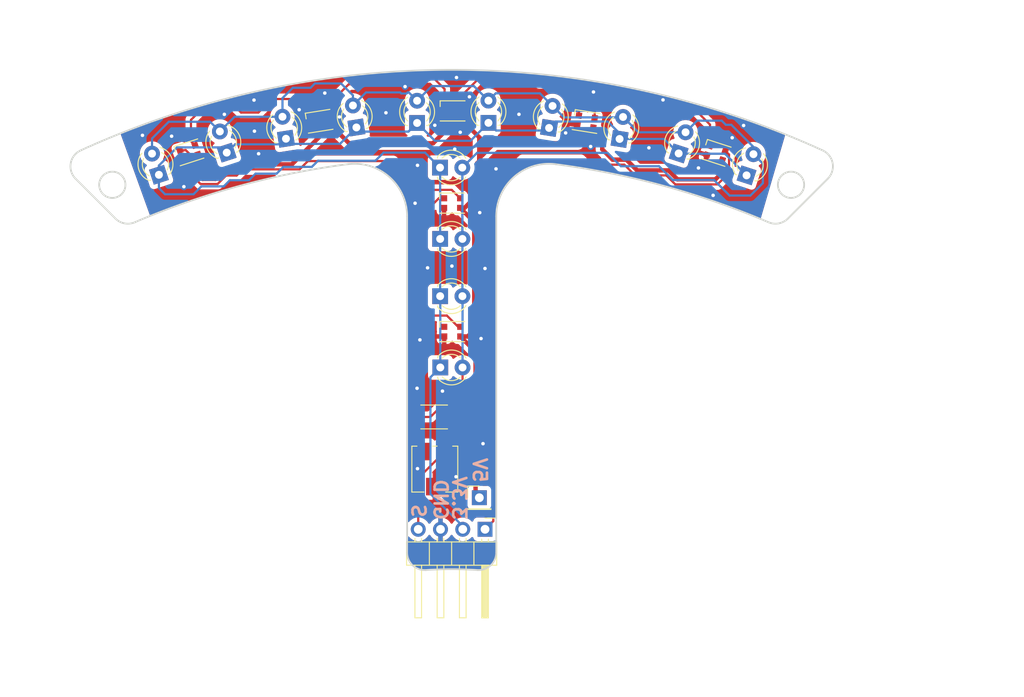
<source format=kicad_pcb>
(kicad_pcb (version 20221018) (generator pcbnew)
  (layers (0 "F.Cu" signal) (31 "B.Cu" signal) (34 "B.Paste" user) (35 "F.Paste" user) (36 "B.SilkS" user "B.Silkscreen") (37 "F.SilkS" user "F.Silkscreen") (38 "B.Mask" user) (39 "F.Mask" user) (44 "Edge.Cuts" user))
  (net 0 "")
  (net 1 "Net-(D1-DOUT)")
  (net 2 "GND")
  (net 3 "+5V")
  (net 4 "/PWM")
  (net 5 "Net-(D2-DOUT)")
  (net 6 "Net-(D3-DOUT)")
  (net 7 "Net-(D4-DOUT)")
  (net 8 "+3.3V")
  (net 9 "/S")
  (net 10 "Net-(Q1-E)")
  (net 12 "Net-(D4-DIN)")
  (footprint "Connector_PinHeader_2.54mm:PinHeader_1x01_P2.54mm_Vertical" (layer "F.Cu") (at 184.28 77.42)
    (fp_text reference "J2" hide)
    (fp_text value "Conn_01x01_Pin")
    (pad "1" thru_hole rect (at 0 0) (size 1.7 1.7) (drill 1) (layers "*.Cu" "*.Mask") (net 3 "+5V"))
  )
  (footprint "LED_THT:LED_D3.0mm_Clear" (layer "F.Cu") (at 179.81 47.875)
    (fp_text reference "Q12" hide)
    (fp_text value "Q_Photo_NPN")
    (pad "1" thru_hole rect (at 0 0) (size 1.8 1.8) (drill 0.9) (layers "*.Cu" "*.Mask") (net 8 "+3.3V"))
    (pad "2" thru_hole circle (at 2.54 0) (size 1.8 1.8) (drill 0.9) (layers "*.Cu" "*.Mask") (net 10 "Net-(Q1-E)"))
  )
  (footprint "LED_THT:LED_D3.0mm_Clear" (layer "F.Cu") (at 155.464502 38.024803 108)
    (fp_text reference "Q1" hide)
    (fp_text value "Q_Photo_NPN")
    (pad "1" thru_hole rect (at 0 0 108) (size 1.8 1.8) (drill 0.9) (layers "*.Cu" "*.Mask") (net 8 "+3.3V"))
    (pad "2" thru_hole circle (at 2.54 0 108) (size 1.8 1.8) (drill 0.9) (layers "*.Cu" "*.Mask") (net 10 "Net-(Q1-E)"))
  )
  (footprint "LED_THT:LED_D3.0mm_Clear" (layer "F.Cu") (at 179.81 54.41)
    (fp_text reference "Q11" hide)
    (fp_text value "Q_Photo_NPN")
    (pad "1" thru_hole rect (at 0 0) (size 1.8 1.8) (drill 0.9) (layers "*.Cu" "*.Mask") (net 8 "+3.3V"))
    (pad "2" thru_hole circle (at 2.54 0) (size 1.8 1.8) (drill 0.9) (layers "*.Cu" "*.Mask") (net 10 "Net-(Q1-E)"))
  )
  (footprint "LED_SMD:LED_WS2812B-2020_PLCC4_2.0x2.0mm" (layer "F.Cu") (at 196.452127 34.474534 -9)
    (fp_text reference "D2" hide)
    (fp_text value "NeoPixel_THT")
    (pad "1" smd rect (at -0.915 -0.55 351) (size 0.7 0.7) (layers "F.Cu" "F.Paste" "F.Mask") (net 5 "Net-(D2-DOUT)"))
    (pad "2" smd rect (at -0.915 0.55 351) (size 0.7 0.7) (layers "F.Cu" "F.Paste" "F.Mask") (net 2 "GND"))
    (pad "3" smd rect (at 0.915 0.55 351) (size 0.7 0.7) (layers "F.Cu" "F.Paste" "F.Mask") (net 3 "+5V"))
    (pad "4" smd rect (at 0.915 -0.55 351) (size 0.7 0.7) (layers "F.Cu" "F.Paste" "F.Mask") (net 1 "Net-(D1-DOUT)"))
  )
  (footprint "LED_THT:LED_D3.0mm_Clear" (layer "F.Cu") (at 179.825 62.55)
    (fp_text reference "Q10" hide)
    (fp_text value "Q_Photo_NPN")
    (pad "1" thru_hole rect (at 0 0) (size 1.8 1.8) (drill 0.9) (layers "*.Cu" "*.Mask") (net 8 "+3.3V"))
    (pad "2" thru_hole circle (at 2.54 0) (size 1.8 1.8) (drill 0.9) (layers "*.Cu" "*.Mask") (net 10 "Net-(Q1-E)"))
  )
  (footprint "LED_THT:LED_D3.0mm_Clear" (layer "F.Cu") (at 179.795 39.735)
    (fp_text reference "Q4" hide)
    (fp_text value "Q_Photo_NPN")
    (pad "1" thru_hole rect (at 0 0) (size 1.8 1.8) (drill 0.9) (layers "*.Cu" "*.Mask") (net 8 "+3.3V"))
    (pad "2" thru_hole circle (at 2.54 0) (size 1.8 1.8) (drill 0.9) (layers "*.Cu" "*.Mask") (net 10 "Net-(Q1-E)"))
  )
  (footprint "LED_THT:LED_D3.0mm_Clear" (layer "F.Cu") (at 185.32 34.625 90)
    (fp_text reference "Q14" hide)
    (fp_text value "Q_Photo_NPN")
    (pad "1" thru_hole rect (at 0 0 90) (size 1.8 1.8) (drill 0.9) (layers "*.Cu" "*.Mask") (net 8 "+3.3V"))
    (pad "2" thru_hole circle (at 2.54 0 90) (size 1.8 1.8) (drill 0.9) (layers "*.Cu" "*.Mask") (net 10 "Net-(Q1-E)"))
  )
  (footprint "LED_SMD:LED_WS2812B-2020_PLCC4_2.0x2.0mm" (layer "F.Cu") (at 211.29685 38.05538 -18)
    (fp_text reference "D1" hide)
    (fp_text value "NeoPixel_THT" hide)
    (pad "1" smd rect (at -0.915 -0.55 342) (size 0.7 0.7) (layers "F.Cu" "F.Paste" "F.Mask") (net 1 "Net-(D1-DOUT)"))
    (pad "2" smd rect (at -0.915 0.55 342) (size 0.7 0.7) (layers "F.Cu" "F.Paste" "F.Mask") (net 2 "GND"))
    (pad "3" smd rect (at 0.915 0.55 342) (size 0.7 0.7) (layers "F.Cu" "F.Paste" "F.Mask") (net 3 "+5V"))
    (pad "4" smd rect (at 0.915 -0.55 342) (size 0.7 0.7) (layers "F.Cu" "F.Paste" "F.Mask") (net 4 "/PWM"))
  )
  (footprint "LED_THT:LED_D3.0mm_Clear" (layer "F.Cu") (at 170.258466 35.150062 99)
    (fp_text reference "Q6" hide)
    (fp_text value "Q_Photo_NPN")
    (pad "1" thru_hole rect (at 0 0 99) (size 1.8 1.8) (drill 0.9) (layers "*.Cu" "*.Mask") (net 8 "+3.3V"))
    (pad "2" thru_hole circle (at 2.54 0 99) (size 1.8 1.8) (drill 0.9) (layers "*.Cu" "*.Mask") (net 10 "Net-(Q1-E)"))
  )
  (footprint "Connector_PinHeader_2.54mm:PinHeader_1x04_P2.54mm_Horizontal" (layer "F.Cu") (at 184.93 81.025 -90)
    (fp_text reference "J1" hide)
    (fp_text value "Conn_01x04_Pin")
    (pad "1" thru_hole rect (at 0 0 270) (size 1.7 1.7) (drill 1) (layers "*.Cu" "*.Mask") (net 4 "/PWM"))
    (pad "2" thru_hole oval (at 0 2.54 270) (size 1.7 1.7) (drill 1) (layers "*.Cu" "*.Mask") (net 8 "+3.3V"))
    (pad "3" thru_hole oval (at 0 5.08 270) (size 1.7 1.7) (drill 1) (layers "*.Cu" "*.Mask") (net 2 "GND"))
    (pad "4" thru_hole oval (at 0 7.62 270) (size 1.7 1.7) (drill 1) (layers "*.Cu" "*.Mask") (net 9 "/S"))
  )
  (footprint "LED_SMD:LED_WS2812B-2020_PLCC4_2.0x2.0mm" (layer "F.Cu") (at 166.005287 34.441684 9)
    (fp_text reference "D4" hide)
    (fp_text value "NeoPixel_THT")
    (pad "1" smd rect (at -0.915 -0.55 9) (size 0.7 0.7) (layers "F.Cu" "F.Paste" "F.Mask"))
    (pad "2" smd rect (at -0.915 0.55 9) (size 0.7 0.7) (layers "F.Cu" "F.Paste" "F.Mask") (net 2 "GND"))
    (pad "3" smd rect (at 0.915 0.55 9) (size 0.7 0.7) (layers "F.Cu" "F.Paste" "F.Mask") (net 3 "+5V"))
    (pad "4" smd rect (at 0.915 -0.55 9) (size 0.7 0.7) (layers "F.Cu" "F.Paste" "F.Mask") (net 6 "Net-(D3-DOUT)"))
  )
  (footprint "LED_THT:LED_D3.0mm_Clear" (layer "F.Cu") (at 214.764863 40.617452 72)
    (fp_text reference "Q7" hide)
    (fp_text value "Q_Photo_NPN")
    (pad "1" thru_hole rect (at 0 0 72) (size 1.8 1.8) (drill 0.9) (layers "*.Cu" "*.Mask") (net 8 "+3.3V"))
    (pad "2" thru_hole circle (at 2.54 0 72) (size 1.8 1.8) (drill 0.9) (layers "*.Cu" "*.Mask") (net 10 "Net-(Q1-E)"))
  )
  (footprint "Resistor_SMD:R_2010_5025Metric" (layer "F.Cu") (at 179.125 68.2 180)
    (fp_text reference "R1" hide)
    (fp_text value "1K")
    (pad "1" smd roundrect (at -2.3125 0 180) (size 1.225 2.65) (layers "F.Cu" "F.Paste" "F.Mask") (roundrect_rratio 0.2040816327) (net 9 "/S"))
    (pad "2" smd roundrect (at 2.3125 0 180) (size 1.225 2.65) (layers "F.Cu" "F.Paste" "F.Mask") (roundrect_rratio 0.2040816327) (net 10 "Net-(Q1-E)"))
  )
  (footprint "LED_THT:LED_D3.0mm_Clear" (layer "F.Cu") (at 147.727537 40.554467 108)
    (fp_text reference "Q9" hide)
    (fp_text value "Q_Photo_NPN")
    (pad "1" thru_hole rect (at 0 0 108) (size 1.8 1.8) (drill 0.9) (layers "*.Cu" "*.Mask") (net 8 "+3.3V"))
    (pad "2" thru_hole circle (at 2.54 0 108) (size 1.8 1.8) (drill 0.9) (layers "*.Cu" "*.Mask") (net 10 "Net-(Q1-E)"))
  )
  (footprint "LED_SMD:LED_WS2812B-2020_PLCC4_2.0x2.0mm" (layer "F.Cu") (at 151.152872 37.99049 18)
    (fp_text reference "D6" hide)
    (fp_text value "NeoPixel_THT")
    (pad "1" smd rect (at -0.915 -0.55 18) (size 0.7 0.7) (layers "F.Cu" "F.Paste" "F.Mask") (net 12 "Net-(D4-DIN)"))
    (pad "2" smd rect (at -0.915 0.55 18) (size 0.7 0.7) (layers "F.Cu" "F.Paste" "F.Mask") (net 2 "GND"))
    (pad "3" smd rect (at 0.915 0.55 18) (size 0.7 0.7) (layers "F.Cu" "F.Paste" "F.Mask") (net 3 "+5V"))
    (pad "4" smd rect (at 0.915 -0.55 18) (size 0.7 0.7) (layers "F.Cu" "F.Paste" "F.Mask") (net 6 "Net-(D3-DOUT)"))
  )
  (footprint "LED_THT:LED_D3.0mm_Clear" (layer "F.Cu") (at 177.18 34.64 90)
    (fp_text reference "Q13" hide)
    (fp_text value "Q_Photo_NPN")
    (pad "1" thru_hole rect (at 0 0 90) (size 1.8 1.8) (drill 0.9) (layers "*.Cu" "*.Mask") (net 8 "+3.3V"))
    (pad "2" thru_hole circle (at 2.54 0 90) (size 1.8 1.8) (drill 0.9) (layers "*.Cu" "*.Mask") (net 10 "Net-(Q1-E)"))
  )
  (footprint "Potentiometer_SMD:Potentiometer_Vishay_TS53YJ_Vertical" (layer "F.Cu") (at 179.2 74.15 90)
    (fp_text reference "RV1" hide)
    (fp_text value "R_Potentiometer_Trim_US")
    (pad "1" smd rect (at 2 -1.15 90) (size 2 1.3) (layers "F.Cu" "F.Paste" "F.Mask"))
    (pad "2" smd rect (at -2 0 90) (size 2 2) (layers "F.Cu" "F.Paste" "F.Mask") (net 2 "GND"))
    (pad "3" smd rect (at 2 1.15 90) (size 2 1.3) (layers "F.Cu" "F.Paste" "F.Mask") (net 9 "/S"))
  )
  (footprint "LED_SMD:LED_WS2812B-2020_PLCC4_2.0x2.0mm" (layer "F.Cu") (at 181.175 43.785)
    (fp_text reference "D4" hide)
    (fp_text value "NeoPixel_THT")
    (pad "1" smd rect (at -0.915 -0.55) (size 0.7 0.7) (layers "F.Cu" "F.Paste" "F.Mask") (net 7 "Net-(D4-DOUT)"))
    (pad "2" smd rect (at -0.915 0.55) (size 0.7 0.7) (layers "F.Cu" "F.Paste" "F.Mask") (net 2 "GND"))
    (pad "3" smd rect (at 0.915 0.55) (size 0.7 0.7) (layers "F.Cu" "F.Paste" "F.Mask") (net 3 "+5V"))
    (pad "4" smd rect (at 0.915 -0.55) (size 0.7 0.7) (layers "F.Cu" "F.Paste" "F.Mask") (net 12 "Net-(D4-DIN)"))
  )
  (footprint "LED_THT:LED_D3.0mm_Clear" (layer "F.Cu") (at 200.27824 36.462546 81)
    (fp_text reference "Q2" hide)
    (fp_text value "Q_Photo_NPN")
    (pad "1" thru_hole rect (at 0 0 81) (size 1.8 1.8) (drill 0.9) (layers "*.Cu" "*.Mask") (net 8 "+3.3V"))
    (pad "2" thru_hole circle (at 2.54 0 81) (size 1.8 1.8) (drill 0.9) (layers "*.Cu" "*.Mask") (net 10 "Net-(Q1-E)"))
  )
  (footprint "LED_THT:LED_D3.0mm_Clear" (layer "F.Cu") (at 192.23611 35.203984 81)
    (fp_text reference "Q5" hide)
    (fp_text value "Q_Photo_NPN" hide)
    (pad "1" thru_hole rect (at 0 0 81) (size 1.8 1.8) (drill 0.9) (layers "*.Cu" "*.Mask") (net 8 "+3.3V"))
    (pad "2" thru_hole circle (at 2.54 0 81) (size 1.8 1.8) (drill 0.9) (layers "*.Cu" "*.Mask") (net 10 "Net-(Q1-E)"))
  )
  (footprint "LED_THT:LED_D3.0mm_Clear" (layer "F.Cu") (at 207.018628 38.11632 72)
    (fp_text reference "Q8" hide)
    (fp_text value "Q_Photo_NPN")
    (pad "1" thru_hole rect (at 0 0 72) (size 1.8 1.8) (drill 0.9) (layers "*.Cu" "*.Mask") (net 8 "+3.3V"))
    (pad "2" thru_hole circle (at 2.54 0 72) (size 1.8 1.8) (drill 0.9) (layers "*.Cu" "*.Mask") (net 10 "Net-(Q1-E)"))
  )
  (footprint "LED_SMD:LED_WS2812B-2020_PLCC4_2.0x2.0mm" (layer "F.Cu") (at 181.19 58.46)
    (fp_text reference "D5" hide)
    (fp_text value "NeoPixel_THT")
    (pad "1" smd rect (at -0.915 -0.55) (size 0.7 0.7) (layers "F.Cu" "F.Paste" "F.Mask"))
    (pad "2" smd rect (at -0.915 0.55) (size 0.7 0.7) (layers "F.Cu" "F.Paste" "F.Mask") (net 2 "GND"))
    (pad "3" smd rect (at 0.915 0.55) (size 0.7 0.7) (layers "F.Cu" "F.Paste" "F.Mask") (net 3 "+5V"))
    (pad "4" smd rect (at 0.915 -0.55) (size 0.7 0.7) (layers "F.Cu" "F.Paste" "F.Mask") (net 7 "Net-(D4-DOUT)"))
  )
  (footprint "LED_SMD:LED_WS2812B-2020_PLCC4_2.0x2.0mm" (layer "F.Cu") (at 181.23 33.26)
    (fp_text reference "D3" hide)
    (fp_text value "NeoPixel_THT")
    (pad "1" smd rect (at -0.915 -0.55) (size 0.7 0.7) (layers "F.Cu" "F.Paste" "F.Mask") (net 6 "Net-(D3-DOUT)"))
    (pad "2" smd rect (at -0.915 0.55) (size 0.7 0.7) (layers "F.Cu" "F.Paste" "F.Mask") (net 2 "GND"))
    (pad "3" smd rect (at 0.915 0.55) (size 0.7 0.7) (layers "F.Cu" "F.Paste" "F.Mask") (net 3 "+5V"))
    (pad "4" smd rect (at 0.915 -0.55) (size 0.7 0.7) (layers "F.Cu" "F.Paste" "F.Mask") (net 5 "Net-(D2-DOUT)"))
  )
  (footprint "LED_THT:LED_D3.0mm_Clear" (layer "F.Cu") (at 162.221029 36.438254 99)
    (fp_text reference "Q3" hide)
    (fp_text value "Q_Photo_NPN")
    (pad "1" thru_hole rect (at 0 0 99) (size 1.8 1.8) (drill 0.9) (layers "*.Cu" "*.Mask") (net 8 "+3.3V"))
    (pad "2" thru_hole circle (at 2.54 0 99) (size 1.8 1.8) (drill 0.9) (layers "*.Cu" "*.Mask") (net 10 "Net-(Q1-E)"))
  )
  (gr_arc (start 186.205987 45.291867) (mid 188.246099 40.784179) (end 192.979079 39.341882) (stroke (width 0.2)) (layer "Edge.Cuts"))
  (gr_line (start 138.221321 41.002269) (end 142.77079 45.551738) (stroke (width 0.2)) (layer "Edge.Cuts"))
  (gr_line (start 186.205987 83.676092) (end 186.205987 45.291867) (stroke (width 0.2)) (layer "Edge.Cuts"))
  (gr_arc (start 186.205987 83.676092) (mid 185.573064 85.135921) (end 184.074882 85.67179) (stroke (width 0.2)) (layer "Edge.Cuts"))
  (gr_circle (center 142.413124 41.697234) (end 142.413124 40.197234) (stroke (width 0.2)) (fill none) (layer "Edge.Cuts"))
  (gr_arc (start 144.970961 45.976619) (mid 156.8928 41.823656) (end 169.270931 39.341882) (stroke (width 0.2)) (layer "Edge.Cuts"))
  (gr_arc (start 138.805745 37.768316) (mid 181.125005 28.574998) (end 223.444265 37.768316) (stroke (width 0.2)) (layer "Edge.Cuts"))
  (gr_line (start 176.044023 45.291867) (end 176.044023 83.676092) (stroke (width 0.2)) (layer "Edge.Cuts"))
  (gr_arc (start 178.175128 85.67179) (mid 181.125005 85.575) (end 184.074882 85.67179) (stroke (width 0.2)) (layer "Edge.Cuts"))
  (gr_arc (start 138.221321 41.002269) (mid 137.667441 39.232413) (end 138.805745 37.768316) (stroke (width 0.2)) (layer "Edge.Cuts"))
  (gr_arc (start 178.175128 85.67179) (mid 176.676938 85.135929) (end 176.044023 83.676092) (stroke (width 0.2)) (layer "Edge.Cuts"))
  (gr_circle (center 219.836886 41.697234) (end 219.836886 40.197234) (stroke (width 0.2)) (fill none) (layer "Edge.Cuts"))
  (gr_arc (start 169.270931 39.341882) (mid 174.00391 40.784183) (end 176.044023 45.291867) (stroke (width 0.2)) (layer "Edge.Cuts"))
  (gr_line (start 219.47922 45.551738) (end 224.028689 41.002269) (stroke (width 0.2)) (layer "Edge.Cuts"))
  (gr_arc (start 223.444265 37.768316) (mid 224.582649 39.232398) (end 224.028689 41.002269) (stroke (width 0.2)) (layer "Edge.Cuts"))
  (gr_arc (start 144.970961 45.976619) (mid 143.805784 46.101241) (end 142.77079 45.551738) (stroke (width 0.2)) (layer "Edge.Cuts"))
  (gr_arc (start 219.47922 45.551738) (mid 218.444225 46.101238) (end 217.279049 45.976619) (stroke (width 0.2)) (layer "Edge.Cuts"))
  (gr_arc (start 192.979079 39.341882) (mid 205.35721 41.823656) (end 217.279049 45.976619) (stroke (width 0.2)) (layer "Edge.Cuts"))
  (gr_text "3.3V" (at 181.1 80.075 270) (layer "B.SilkS") (effects (font (size 1.5 1.5) (thickness 0.3) bold) (justify left bottom mirror)))
  (gr_text "5V" (at 183.45 75.825 270) (layer "B.SilkS") (effects (font (size 1.5 1.5) (thickness 0.3) bold) (justify left bottom mirror)))
  (gr_text "GND" (at 178.975 80.125 270) (layer "B.SilkS") (effects (font (size 1.5 1.5) (thickness 0.3) bold) (justify left bottom mirror)))
  (gr_text "S" (at 178.35 78 90) (layer "B.SilkS") (effects (font (size 1.5 1.5) (thickness 0.3) bold) (justify left bottom mirror)))
  (segment (start 203.327 32.766) (end 202.184 31.623) (width 0.25) (layer "F.Cu") (net 1))
  (segment (start 208.534 32.766) (end 203.327 32.766) (width 0.25) (layer "F.Cu") (net 1))
  (segment (start 210.596593 37.249548) (end 210.596593 34.828593) (width 0.25) (layer "F.Cu") (net 1))
  (segment (start 197.441901 33.063099) (end 197.441901 34.074443) (width 0.25) (layer "F.Cu") (net 1))
  (segment (start 202.184 31.623) (end 198.882 31.623) (width 0.25) (layer "F.Cu") (net 1))
  (segment (start 198.882 31.623) (end 197.441901 33.063099) (width 0.25) (layer "F.Cu") (net 1))
  (segment (start 210.596593 34.828593) (end 208.534 32.766) (width 0.25) (layer "F.Cu") (net 1))
  (via (at 155.194 33.655) (size 0.8) (drill 0.4) (layers "F.Cu" "B.Cu") (net 2))
  (via (at 205.232 32.004) (size 0.8) (drill 0.4) (layers "F.Cu" "B.Cu") (net 2))
  (via (at 184.7 71.25) (size 0.8) (drill 0.4) (layers "F.Cu" "B.Cu") (net 2))
  (via (at 210.95 42.9) (size 0.8) (drill 0.4) (layers "F.Cu" "B.Cu") (net 2))
  (via (at 173.625 33.475) (size 0.8) (drill 0.4) (layers "F.Cu" "B.Cu") (net 2))
  (via (at 181.675 29.45) (size 0.8) (drill 0.4) (layers "F.Cu" "B.Cu") (net 2))
  (via (at 209.275 39.775) (size 0.8) (drill 0.4) (layers "F.Cu" "B.Cu") (net 2))
  (via (at 176.95 43.8) (size 0.8) (drill 0.4) (layers "F.Cu" "B.Cu") (net 2))
  (via (at 188.8 33.65) (size 0.8) (drill 0.4) (layers "F.Cu" "B.Cu") (net 2))
  (via (at 179.2 34.9) (size 0.8) (drill 0.4) (layers "F.Cu" "B.Cu") (net 2))
  (via (at 149.175 36.15) (size 0.8) (drill 0.4) (layers "F.Cu" "B.Cu") (net 2))
  (via (at 168.325 33.95) (size 0.8) (drill 0.4) (layers "F.Cu" "B.Cu") (net 2))
  (via (at 184.925 51.25) (size 0.8) (drill 0.4) (layers "F.Cu" "B.Cu") (net 2))
  (via (at 184.325 44.875) (size 0.8) (drill 0.4) (layers "F.Cu" "B.Cu") (net 2))
  (via (at 182.1 35.7) (size 0.8) (drill 0.4) (layers "F.Cu" "B.Cu") (net 2))
  (via (at 158.625 35.575) (size 0.8) (drill 0.4) (layers "F.Cu" "B.Cu") (net 2))
  (via (at 184.475 59.25) (size 0.8) (drill 0.4) (layers "F.Cu" "B.Cu") (net 2))
  (via (at 166.65 31.225) (size 0.8) (drill 0.4) (layers "F.Cu" "B.Cu") (net 2))
  (via (at 194.125 35.775) (size 0.8) (drill 0.4) (layers "F.Cu" "B.Cu") (net 2))
  (via (at 177.175 64.925) (size 0.8) (drill 0.4) (layers "F.Cu" "B.Cu") (net 2))
  (via (at 183.15 31.65) (size 0.8) (drill 0.4) (layers "F.Cu" "B.Cu") (net 2))
  (via (at 196.977 37.3255) (size 0.8) (drill 0.4) (layers "F.Cu" "B.Cu") (net 2))
  (via (at 181.475 37.625) (size 0.8) (drill 0.4) (layers "F.Cu" "B.Cu") (net 2))
  (via (at 177.225 39.475) (size 0.8) (drill 0.4) (layers "F.Cu" "B.Cu") (net 2))
  (via (at 213.125 36.325) (size 0.8) (drill 0.4) (layers "F.Cu" "B.Cu") (net 2))
  (via (at 163.725 33.125) (size 0.8) (drill 0.4) (layers "F.Cu" "B.Cu") (net 2))
  (via (at 186.182 39.878) (size 0.8) (drill 0.4) (layers "F.Cu" "B.Cu") (net 2))
  (via (at 180.075 65.25) (size 0.8) (drill 0.4) (layers "F.Cu" "B.Cu") (net 2))
  (via (at 159.1 38.15) (size 0.8) (drill 0.4) (layers "F.Cu" "B.Cu") (net 2))
  (via (at 175.808249 30.486973) (size 0.8) (drill 0.4) (layers "F.Cu" "B.Cu") (net 2))
  (via (at 150.575 41.91) (size 0.8) (drill 0.4) (layers "F.Cu" "B.Cu") (net 2))
  (via (at 181.15 50.975) (size 0.8) (drill 0.4) (layers "F.Cu" "B.Cu") (net 2))
  (via (at 197.3 31.1) (size 0.8) (drill 0.4) (layers "F.Cu" "B.Cu") (net 2))
  (via (at 181.625 75.025) (size 0.8) (drill 0.4) (layers "F.Cu" "B.Cu") (net 2))
  (via (at 145.85 36.05) (size 0.8) (drill 0.4) (layers "F.Cu" "B.Cu") (net 2))
  (via (at 214.425 34.925) (size 0.8) (drill 0.4) (layers "F.Cu" "B.Cu") (net 2))
  (via (at 158.575 32.025) (size 0.8) (drill 0.4) (layers "F.Cu" "B.Cu") (net 2))
  (via (at 177.225 74.1) (size 0.8) (drill 0.4) (layers "F.Cu" "B.Cu") (net 2))
  (via (at 178.375 51.175) (size 0.8) (drill 0.4) (layers "F.Cu" "B.Cu") (net 2))
  (via (at 203.625 37.475) (size 0.8) (drill 0.4) (layers "F.Cu" "B.Cu") (net 2))
  (via (at 177.5 59.4) (size 0.8) (drill 0.4) (layers "F.Cu" "B.Cu") (net 2))
  (segment (start 167.302775 34.841775) (end 169.418 36.957) (width 0.5) (layer "F.Cu") (net 3))
  (segment (start 211.211828 41.075) (end 211.997107 40.289721) (width 0.5) (layer "F.Cu") (net 3))
  (segment (start 184.275 38.989) (end 184.275 36.324) (width 0.5) (layer "F.Cu") (net 3))
  (segment (start 182.145 33.81) (end 182.654 33.81) (width 0.5) (layer "F.Cu") (net 3))
  (segment (start 205.851776 40.05) (end 206.876776 41.075) (width 0.5) (layer "F.Cu") (net 3))
  (segment (start 184.5285 36.5335) (end 184.4875 36.4925) (width 0.5) (layer "F.Cu") (net 3))
  (segment (start 185.928 37) (end 185.547 37) (width 0.5) (layer "F.Cu") (net 3))
  (segment (start 166.995061 34.841775) (end 167.302775 34.841775) (width 0.5) (layer "F.Cu") (net 3))
  (segment (start 157.05896 39.358868) (end 162.90096 39.358868) (width 0.5) (layer "F.Cu") (net 3))
  (segment (start 202.280172 40.05) (end 205.851776 40.05) (width 0.5) (layer "F.Cu") (net 3))
  (segment (start 184.023 39.241) (end 184.275 38.989) (width 0.5) (layer "F.Cu") (net 3))
  (segment (start 211.997107 40.289721) (end 211.997107 38.861212) (width 0.5) (layer "F.Cu") (net 3))
  (segment (start 185.245 37) (end 184.995 37) (width 0.5) (layer "F.Cu") (net 3))
  (segment (start 184.4015 37.8435) (end 184.5285 37.7165) (width 0.5) (layer "F.Cu") (net 3))
  (segment (start 184.023 42.902) (end 184.023 39.241) (width 0.5) (layer "F.Cu") (net 3))
  (segment (start 198.3 36.191077) (end 198.3 37.645) (width 0.5) (layer "F.Cu") (net 3))
  (segment (start 185.547 37) (end 185.245 37) (width 0.5) (layer "F.Cu") (net 3))
  (segment (start 184.275 38.989) (end 184.275 38.653) (width 0.5) (layer "F.Cu") (net 3))
  (segment (start 183.007 34.163) (end 183.007 35.012) (width 0.5) (layer "F.Cu") (net 3))
  (segment (start 184.4875 36.4925) (end 184.297 36.302) (width 0.5) (layer "F.Cu") (net 3))
  (segment (start 184.574 38.354) (end 184.7825 38.1455) (width 0.5) (layer "F.Cu") (net 3))
  (segment (start 183.7 58.265) (end 182.955 59.01) (width 0.5) (layer "F.Cu") (net 3))
  (segment (start 185.166 37.465) (end 184.973 37.272) (width 0.5) (layer "F.Cu") (net 3))
  (segment (start 182.105 59.19) (end 182.105 59.01) (width 0.25) (layer "F.Cu") (net 3))
  (segment (start 156.352828 40.065) (end 157.05896 39.358868) (width 0.5) (layer "F.Cu") (net 3))
  (segment (start 155.146826 40.065) (end 156.352828 40.065) (width 0.5) (layer "F.Cu") (net 3))
  (segment (start 182.09 44.335) (end 183.7 45.945) (width 0.5) (layer "F.Cu") (net 3))
  (segment (start 184.995 37) (end 184.4875 36.4925) (width 0.5) (layer "F.Cu") (net 3))
  (segment (start 184.5285 37.7165) (end 184.7825 37.4625) (width 0.5) (layer "F.Cu") (net 3))
  (segment (start 169.418 36.957) (end 178.998 36.957) (width 0.5) (layer "F.Cu") (net 3))
  (segment (start 182.654 33.81) (end 183.007 34.163) (width 0.5) (layer "F.Cu") (net 3))
  (segment (start 154.186826 41.025) (end 155.146826 40.065) (width 0.5) (layer "F.Cu") (net 3))
  (segment (start 184.7825 37.4625) (end 184.973 37.272) (width 0.5) (layer "F.Cu") (net 3))
  (segment (start 184.743 38.185) (end 185.928 37) (width 0.5) (layer "F.Cu") (net 3))
  (segment (start 184.275 38.354) (end 184.275 37.97) (width 0.5) (layer "F.Cu") (net 3))
  (segment (start 183.85 60.755) (end 182.105 59.01) (width 0.5) (layer "F.Cu") (net 3))
  (segment (start 166.995061 35.264767) (end 166.995061 34.841775) (width 0.5) (layer "F.Cu") (net 3))
  (segment (start 185.971 36.957) (end 185.928 37) (width 0.5) (layer "F.Cu") (net 3))
  (segment (start 199.48 38.825) (end 201.055172 38.825) (width 0.5) (layer "F.Cu") (net 3))
  (segment (start 184.7825 38.1455) (end 184.7825 37.4625) (width 0.5) (layer "F.Cu") (net 3))
  (segment (start 183.7 45.945) (end 183.7 58.265) (width 0.5) (layer "F.Cu") (net 3))
  (segment (start 183.85 76.99) (end 183.85 60.755) (width 0.5) (layer "F.Cu") (net 3))
  (segment (start 201.055172 38.825) (end 202.280172 40.05) (width 0.5) (layer "F.Cu") (net 3))
  (segment (start 162.90096 39.358868) (end 166.995061 35.264767) (width 0.5) (layer "F.Cu") (net 3))
  (segment (start 151.793641 40.109469) (end 152.709172 41.025) (width 0.5) (layer "F.Cu") (net 3))
  (segment (start 184.275 38.989) (end 184.275 38.354) (width 0.5) (layer "F.Cu") (net 3))
  (segment (start 183.007 35.012) (end 184.297 36.302) (width 0.5) (layer "F.Cu") (net 3))
  (segment (start 184.404 37.846) (end 184.4015 37.8435) (width 0.5) (layer "F.Cu") (net 3))
  (segment (start 184.275 38.653) (end 184.743 38.185) (width 0.5) (layer "F.Cu") (net 3))
  (segment (start 182.09 44.335) (end 182.59 44.335) (width 0.5) (layer "F.Cu") (net 3))
  (segment (start 182.955 59.01) (end 182.105 59.01) (width 0.5) (layer "F.Cu") (net 3))
  (segment (start 184.28 77.42) (end 183.85 76.99) (width 0.5) (layer "F.Cu") (net 3))
  (segment (start 152.193048 38.230821) (end 151.793641 38.630228) (width 0.5) (layer "F.Cu") (net 3))
  (segment (start 178.998 36.957) (end 182.145 33.81) (width 0.5) (layer "F.Cu") (net 3))
  (segment (start 185.547 37) (end 185.42 37.127) (width 0.5) (layer "F.Cu") (net 3))
  (segment (start 197.269823 35.1609) (end 195.473723 36.957) (width 0.5) (layer "F.Cu") (net 3))
  (segment (start 184.973 37.272) (end 185.245 37) (width 0.5) (layer "F.Cu") (net 3))
  (segment (start 184.574 38.354) (end 184.743 38.185) (width 0.5) (layer "F.Cu") (net 3))
  (segment (start 198.3 37.645) (end 199.48 38.825) (width 0.5) (layer "F.Cu") (net 3))
  (segment (start 184.275 36.324) (end 184.297 36.302) (width 0.5) (layer "F.Cu") (net 3))
  (segment (start 197.269823 35.1609) (end 198.3 36.191077) (width 0.5) (layer "F.Cu") (net 3))
  (segment (start 206.876776 41.075) (end 211.211828 41.075) (width 0.5) (layer "F.Cu") (net 3))
  (segment (start 184.5285 37.7165) (end 184.5285 36.5335) (width 0.5) (layer "F.Cu") (net 3))
  (segment (start 182.59 44.335) (end 184.023 42.902) (width 0.5) (layer "F.Cu") (net 3))
  (segment (start 197.269823 35.1609) (end 197.20058 35.1609) (width 0.5) (layer "F.Cu") (net 3))
  (segment (start 182.105 59.01) (end 182.355 59.01) (width 0.25) (layer "F.Cu") (net 3))
  (segment (start 184.275 37.97) (end 184.4015 37.8435) (width 0.5) (layer "F.Cu") (net 3))
  (segment (start 184.275 38.354) (end 184.574 38.354) (width 0.5) (layer "F.Cu") (net 3))
  (segment (start 195.473723 36.957) (end 185.971 36.957) (width 0.5) (layer "F.Cu") (net 3))
  (segment (start 152.709172 41.025) (end 154.186826 41.025) (width 0.5) (layer "F.Cu") (net 3))
  (segment (start 151.793641 38.630228) (end 151.793641 40.109469) (width 0.5) (layer "F.Cu") (net 3))
  (segment (start 212.763133 40.336867) (end 211.45 41.65) (width 0.25) (layer "F.Cu") (net 4))
  (segment (start 200.817 39.4) (end 196.388604 39.4) (width 0.25) (layer "F.Cu") (net 4))
  (segment (start 212.763133 38.241156) (end 212.763133 40.336867) (width 0.25) (layer "F.Cu") (net 4))
  (segment (start 205.613604 40.625) (end 202.042 40.625) (width 0.25) (layer "F.Cu") (net 4))
  (segment (start 211.45 41.65) (end 206.638604 41.65) (width 0.25) (layer "F.Cu") (net 4))
  (segment (start 202.042 40.625) (end 200.817 39.4) (width 0.25) (layer "F.Cu") (net 4))
  (segment (start 185.875 80.08) (end 184.93 81.025) (width 0.25) (layer "F.Cu") (net 4))
  (segment (start 195.850604 38.862) (end 189.23 38.862) (width 0.25) (layer "F.Cu") (net 4))
  (segment (start 212.337026 37.815049) (end 212.763133 38.241156) (width 0.25) (layer "F.Cu") (net 4))
  (segment (start 206.638604 41.65) (end 205.613604 40.625) (width 0.25) (layer "F.Cu") (net 4))
  (segment (start 185.875 43.233) (end 185.875 80.08) (width 0.25) (layer "F.Cu") (net 4))
  (segment (start 189.23 38.862) (end 186.309 41.783) (width 0.25) (layer "F.Cu") (net 4))
  (segment (start 196.388604 39.4) (end 195.850604 38.862) (width 0.25) (layer "F.Cu") (net 4))
  (segment (start 186.309 41.783) (end 186.309 42.799) (width 0.25) (layer "F.Cu") (net 4))
  (segment (start 186.309 42.799) (end 185.875 43.233) (width 0.25) (layer "F.Cu") (net 4))
  (segment (start 190.373 29.337) (end 184.437695 29.337) (width 0.25) (layer "F.Cu") (net 5))
  (segment (start 182.145 31.629695) (end 182.145 32.71) (width 0.25) (layer "F.Cu") (net 5))
  (segment (start 195.634431 33.788168) (end 195.634431 31.309431) (width 0.25) (layer "F.Cu") (net 5))
  (segment (start 194.424 30.099) (end 191.135 30.099) (width 0.25) (layer "F.Cu") (net 5))
  (segment (start 195.634431 31.309431) (end 194.424 30.099) (width 0.25) (layer "F.Cu") (net 5))
  (segment (start 184.437695 29.337) (end 182.145 31.629695) (width 0.25) (layer "F.Cu") (net 5))
  (segment (start 191.135 30.099) (end 190.373 29.337) (width 0.25) (layer "F.Cu") (net 5))
  (segment (start 170.375 30.225) (end 169.375 30.225) (width 0.25) (layer "F.Cu") (net 6))
  (segment (start 169.375 30.225) (end 166.822983 32.777017) (width 0.25) (layer "F.Cu") (net 6))
  (segment (start 159.075 33.45) (end 157.1 33.45) (width 0.25) (layer "F.Cu") (net 6))
  (segment (start 171.188521 29.411479) (end 170.375 30.225) (width 0.25) (layer "F.Cu") (net 6))
  (segment (start 166.822983 32.777017) (end 166.822983 33.755318) (width 0.25) (layer "F.Cu") (net 6))
  (segment (start 180.315 30.765) (end 178.961479 29.411479) (width 0.25) (layer "F.Cu") (net 6))
  (segment (start 154.432 32.512) (end 153.924 33.02) (width 0.25) (layer "F.Cu") (net 6))
  (segment (start 160.625 31.9) (end 159.075 33.45) (width 0.25) (layer "F.Cu") (net 6))
  (segment (start 157.1 33.45) (end 156.162 32.512) (width 0.25) (layer "F.Cu") (net 6))
  (segment (start 180.315 32.71) (end 180.315 30.765) (width 0.25) (layer "F.Cu") (net 6))
  (segment (start 151.384 34.29) (end 151.384 36.715529) (width 0.25) (layer "F.Cu") (net 6))
  (segment (start 166.822983 33.755318) (end 164.967665 31.9) (width 0.25) (layer "F.Cu") (net 6))
  (segment (start 178.961479 29.411479) (end 171.188521 29.411479) (width 0.25) (layer "F.Cu") (net 6))
  (segment (start 153.924 33.02) (end 152.654 33.02) (width 0.25) (layer "F.Cu") (net 6))
  (segment (start 164.967665 31.9) (end 160.625 31.9) (width 0.25) (layer "F.Cu") (net 6))
  (segment (start 151.384 36.715529) (end 151.853129 37.184658) (width 0.25) (layer "F.Cu") (net 6))
  (segment (start 156.162 32.512) (end 154.432 32.512) (width 0.25) (layer "F.Cu") (net 6))
  (segment (start 152.654 33.02) (end 151.384 34.29) (width 0.25) (layer "F.Cu") (net 6))
  (segment (start 179.66 43.235) (end 177.575 45.32) (width 0.25) (layer "F.Cu") (net 7))
  (segment (start 179.075 56.625) (end 180.575 56.625) (width 0.25) (layer "F.Cu") (net 7))
  (segment (start 181.86 57.91) (end 182.105 57.91) (width 0.25) (layer "F.Cu") (net 7))
  (segment (start 177.575 45.32) (end 177.575 55.125) (width 0.25) (layer "F.Cu") (net 7))
  (segment (start 180.26 43.235) (end 179.66 43.235) (width 0.25) (layer "F.Cu") (net 7))
  (segment (start 177.575 55.125) (end 179.075 56.625) (width 0.25) (layer "F.Cu") (net 7))
  (segment (start 180.575 56.625) (end 181.86 57.91) (width 0.25) (layer "F.Cu") (net 7))
  (segment (start 179.795 39.735) (end 178.085 38.025) (width 0.25) (layer "B.Cu") (net 8))
  (segment (start 156.414305 37.075) (end 161.584283 37.075) (width 0.25) (layer "B.Cu") (net 8))
  (segment (start 178.7 76.975) (end 178.7 63.675) (width 0.25) (layer "B.Cu") (net 8))
  (segment (start 172.425 38.95) (end 165.875 38.95) (width 0.25) (layer "B.Cu") (net 8))
  (segment (start 207.018628 38.11632) (end 207.052308 38.15) (width 0.25) (layer "B.Cu") (net 8))
  (segment (start 198.925 34.475) (end 200.27824 35.82824) (width 0.25) (layer "B.Cu") (net 8))
  (segment (start 165.875 38.95) (end 165.175 39.65) (width 0.25) (layer "B.Cu") (net 8))
  (segment (start 178.085 38.025) (end 173.35 38.025) (width 0.25) (layer "B.Cu") (net 8))
  (segment (start 162.221029 36.438254) (end 162.807775 37.025) (width 0.25) (layer "B.Cu") (net 8))
  (segment (start 177.18 34.64) (end 179.215 36.675) (width 0.25) (layer "B.Cu") (net 8))
  (segment (start 191.940094 35.5) (end 192.23611 35.203984) (width 0.25) (layer "B.Cu") (net 8))
  (segment (start 155.464502 38.024803) (end 156.414305 37.075) (width 0.25) (layer "B.Cu") (net 8))
  (segment (start 185.32 34.625) (end 186.195 35.5) (width 0.25) (layer "B.Cu") (net 8))
  (segment (start 170.258466 35.150062) (end 170.733404 35.625) (width 0.25) (layer "B.Cu") (net 8))
  (segment (start 192.965094 34.475) (end 198.925 34.475) (width 0.25) (layer "B.Cu") (net 8))
  (segment (start 200.27824 35.82824) (end 200.27824 36.462546) (width 0.25) (layer "B.Cu") (net 8))
  (segment (start 178.7 63.675) (end 179.825 62.55) (width 0.25) (layer "B.Cu") (net 8))
  (segment (start 155.125 41.875) (end 152.575 41.875) (width 0.25) (layer "B.Cu") (net 8))
  (segment (start 179.825 62.55) (end 179.825 54.425) (width 0.25) (layer "B.Cu") (net 8))
  (segment (start 170.733404 35.625) (end 176.195 35.625) (width 0.25) (layer "B.Cu") (net 8))
  (segment (start 179.81 39.75) (end 179.795 39.735) (width 0.25) (layer "B.Cu") (net 8))
  (segment (start 168.383528 37.025) (end 170.258466 35.150062) (width 0.25) (layer "B.Cu") (net 8))
  (segment (start 155.825 41.175) (end 155.125 41.875) (width 0.25) (layer "B.Cu") (net 8))
  (segment (start 158.75 40.425) (end 158 41.175) (width 0.25) (layer "B.Cu") (net 8))
  (segment (start 161.584283 37.075) (end 162.221029 36.438254) (width 0.25) (layer "B.Cu") (net 8))
  (segment (start 182.39 81.025) (end 182.39 80.665) (width 0.25) (layer "B.Cu") (net 8))
  (segment (start 161.925 39.65) (end 161.15 40.425) (width 0.25) (layer "B.Cu") (net 8))
  (segment (start 162.807775 37.025) (end 168.383528 37.025) (width 0.25) (layer "B.Cu") (net 8))
  (segment (start 151.675 42.775) (end 148.425 42.775) (width 0.25) (layer "B.Cu") (net 8))
  (segment (start 148.425 42.775) (end 147.727537 42.077537) (width 0.25) (layer "B.Cu") (net 8))
  (segment (start 152.575 41.875) (end 151.675 42.775) (width 0.25) (layer "B.Cu") (net 8))
  (segment (start 176.195 35.625) (end 177.18 34.64) (width 0.25) (layer "B.Cu") (net 8))
  (segment (start 179.215 36.675) (end 183.27 36.675) (width 0.25) (layer "B.Cu") (net 8))
  (segment (start 158 41.175) (end 155.825 41.175) (width 0.25) (layer "B.Cu") (net 8))
  (segment (start 179.81 54.41) (end 179.81 47.875) (width 0.25) (layer "B.Cu") (net 8))
  (segment (start 173.35 38.025) (end 172.425 38.95) (width 0.25) (layer "B.Cu") (net 8))
  (segment (start 205.364854 36.462546) (end 207.018628 38.11632) (width 0.25) (layer "B.Cu") (net 8))
  (segment (start 212.297411 38.15) (end 214.764863 40.617452) (width 0.25) (layer "B.Cu") (net 8))
  (segment (start 207.052308 38.15) (end 212.297411 38.15) (width 0.25) (layer "B.Cu") (net 8))
  (segment (start 147.727537 40.554467) (end 147.727537 39.497463) (width 0.25) (layer "B.Cu") (net 8))
  (segment (start 147.727537 42.077537) (end 147.727537 40.554467) (width 0.25) (layer "B.Cu") (net 8))
  (segment (start 192.23611 35.203984) (end 192.965094 34.475) (width 0.25) (layer "B.Cu") (net 8))
  (segment (start 183.27 36.675) (end 185.32 34.625) (width 0.25) (layer "B.Cu") (net 8))
  (segment (start 186.195 35.5) (end 191.940094 35.5) (width 0.25) (layer "B.Cu") (net 8))
  (segment (start 179.81 47.875) (end 179.81 39.75) (width 0.25) (layer "B.Cu") (net 8))
  (segment (start 154.864699 37.425) (end 155.464502 38.024803) (width 0.25) (layer "B.Cu") (net 8))
  (segment (start 165.175 39.65) (end 161.925 39.65) (width 0.25) (layer "B.Cu") (net 8))
  (segment (start 179.825 54.425) (end 179.81 54.41) (width 0.25) (layer "B.Cu") (net 8))
  (segment (start 182.39 80.665) (end 178.7 76.975) (width 0.25) (layer "B.Cu") (net 8))
  (segment (start 161.15 40.425) (end 158.75 40.425) (width 0.25) (layer "B.Cu") (net 8))
  (segment (start 149.8 37.425) (end 154.864699 37.425) (width 0.25) (layer "B.Cu") (net 8))
  (segment (start 147.727537 39.497463) (end 149.8 37.425) (width 0.25) (layer "B.Cu") (net 8))
  (segment (start 200.27824 36.462546) (end 205.364854 36.462546) (width 0.25) (layer "B.Cu") (net 8))
  (segment (start 181.4375 68.2) (end 180.35 69.2875) (width 0.25) (layer "F.Cu") (net 9))
  (segment (start 177.31 75.19) (end 177.31 81.025) (width 0.25) (layer "F.Cu") (net 9))
  (segment (start 180.35 69.2875) (end 180.35 72.15) (width 0.25) (layer "F.Cu") (net 9))
  (segment (start 180.35 72.15) (end 177.31 75.19) (width 0.25) (layer "F.Cu") (net 9))
  (segment (start 178.7 68.2) (end 182.365 64.535) (width 0.25) (layer "F.Cu") (net 10))
  (segment (start 176.8125 68.2) (end 178.7 68.2) (width 0.25) (layer "F.Cu") (net 10))
  (segment (start 182.365 64.535) (end 182.365 62.55) (width 0.25) (layer "F.Cu") (net 10))
  (segment (start 168.5 30.125) (end 165.525 30.125) (width 0.25) (layer "B.Cu") (net 10))
  (segment (start 182.335 39.735) (end 184.02 38.05) (width 0.25) (layer "B.Cu") (net 10))
  (segment (start 212.825 42.925) (end 215.2 42.925) (width 0.25) (layer "B.Cu") (net 10))
  (segment (start 215.549766 38.201768) (end 215.549766 37.374766) (width 0.25) (layer "B.Cu") (net 10))
  (segment (start 153.57048 34.5) (end 148.85 34.5) (width 0.25) (layer "B.Cu") (net 10))
  (segment (start 204.775 39.575) (end 206.35 41.15) (width 0.25) (layer "B.Cu") (net 10))
  (segment (start 165.525 30.125) (end 165.025 30.625) (width 0.25) (layer "B.Cu") (net 10))
  (segment (start 211.925 34.375) (end 209.129167 34.375) (width 0.25) (layer "B.Cu") (net 10))
  (segment (start 176.23 31.15) (end 176.100305 31.15) (width 0.25) (layer "B.Cu") (net 10))
  (segment (start 191.188198 31.25) (end 186.155 31.25) (width 0.25) (layer "B.Cu") (net 10))
  (segment (start 182.35 54.41) (end 182.35 39.75) (width 0.25) (layer "B.Cu") (net 10))
  (segment (start 175.374695 31.275) (end 175.249695 31.15) (width 0.25) (layer "B.Cu") (net 10))
  (segment (start 198.9 38.05) (end 200.425 39.575) (width 0.25) (layer "B.Cu") (net 10))
  (segment (start 184.02 38.05) (end 198.9 38.05) (width 0.25) (layer "B.Cu") (net 10))
  (segment (start 211.05 41.15) (end 212.825 42.925) (width 0.25) (layer "B.Cu") (net 10))
  (segment (start 176.100305 31.15) (end 175.975305 31.275) (width 0.25) (layer "B.Cu") (net 10))
  (segment (start 215.2 42.925) (end 216.625 41.5) (width 0.25) (layer "B.Cu") (net 10))
  (segment (start 183.66 30.425) (end 178.855 30.425) (width 0.25) (layer "B.Cu") (net 10))
  (segment (start 200.425 39.575) (end 204.775 39.575) (width 0.25) (layer "B.Cu") (net 10))
  (segment (start 182.365 62.55) (end 182.365 54.425) (width 0.25) (layer "B.Cu") (net 10))
  (segment (start 177.18 32.1) (end 176.23 31.15) (width 0.25) (layer "B.Cu") (net 10))
  (segment (start 209.129167 34.375) (end 207.803531 35.700636) (width 0.25) (layer "B.Cu") (net 10))
  (segment (start 175.249695 31.15) (end 171.352456 31.15) (width 0.25) (layer "B.Cu") (net 10))
  (segment (start 163 30.625) (end 161.823685 31.801315) (width 0.25) (layer "B.Cu") (net 10))
  (segment (start 169.861122 31.486122) (end 168.5 30.125) (width 0.25) (layer "B.Cu") (net 10))
  (segment (start 212.4 34.85) (end 211.925 34.375) (width 0.25) (layer "B.Cu") (net 10))
  (segment (start 169.861122 32.641334) (end 169.861122 31.486122) (width 0.25) (layer "B.Cu") (net 10))
  (segment (start 182.35 39.75) (end 182.335 39.735) (width 0.25) (layer "B.Cu") (net 10))
  (segment (start 216.625 39.277002) (end 215.549766 38.201768) (width 0.25) (layer "B.Cu") (net 10))
  (segment (start 213.025 34.85) (end 212.4 34.85) (width 0.25) (layer "B.Cu") (net 10))
  (segment (start 154.679599 35.609119) (end 153.57048 34.5) (width 0.25) (layer "B.Cu") (net 10))
  (segment (start 186.155 31.25) (end 185.32 32.085) (width 0.25) (layer "B.Cu") (net 10))
  (segment (start 156.359192 33.929526) (end 154.679599 35.609119) (width 0.25) (layer "B.Cu") (net 10))
  (segment (start 185.32 32.085) (end 183.66 30.425) (width 0.25) (layer "B.Cu") (net 10))
  (segment (start 161.823685 31.801315) (end 161.823685 33.929526) (width 0.25) (layer "B.Cu") (net 10))
  (segment (start 182.35 47.875) (end 182.35 39.75) (width 0.25) (layer "B.Cu") (net 10))
  (segment (start 200.675584 33.953818) (end 200.629402 34) (width 0.25) (layer "B.Cu") (net 10))
  (segment (start 171.352456 31.15) (end 169.861122 32.641334) (width 0.25) (layer "B.Cu") (net 10))
  (segment (start 161.823685 33.929526) (end 156.359192 33.929526) (width 0.25) (layer "B.Cu") (net 10))
  (segment (start 148.85 34.5) (end 146.942634 36.407366) (width 0.25) (layer "B.Cu") (net 10))
  (segment (start 182.365 54.425) (end 182.35 54.41) (width 0.25) (layer "B.Cu") (net 10))
  (segment (start 192.633454 32.695256) (end 191.188198 31.25) (width 0.25) (layer "B.Cu") (net 10))
  (segment (start 206.35 41.15) (end 211.05 41.15) (width 0.25) (layer "B.Cu") (net 10))
  (segment (start 175.975305 31.275) (end 175.374695 31.275) (width 0.25) (layer "B.Cu") (net 10))
  (segment (start 178.855 30.425) (end 177.18 32.1) (width 0.25) (layer "B.Cu") (net 10))
  (segment (start 202.422402 35.700636) (end 200.675584 33.953818) (width 0.25) (layer "B.Cu") (net 10))
  (segment (start 193.938198 34) (end 192.633454 32.695256) (width 0.25) (layer "B.Cu") (net 10))
  (segment (start 200.629402 34) (end 193.938198 34) (width 0.25) (layer "B.Cu") (net 10))
  (segment (start 165.025 30.625) (end 163 30.625) (width 0.25) (layer "B.Cu") (net 10))
  (segment (start 146.942634 36.407366) (end 146.942634 38.138783) (width 0.25) (layer "B.Cu") (net 10))
  (segment (start 215.549766 37.374766) (end 213.025 34.85) (width 0.25) (layer "B.Cu") (net 10))
  (segment (start 182.365 62.55) (end 182.876701 63.061701) (width 0.25) (layer "B.Cu") (net 10))
  (segment (start 216.625 41.5) (end 216.625 39.277002) (width 0.25) (layer "B.Cu") (net 10))
  (segment (start 207.803531 35.700636) (end 202.422402 35.700636) (width 0.25) (layer "B.Cu") (net 10))
  (segment (start 163.774132 39.933868) (end 164.719 38.989) (width 0.25) (layer "F.Cu") (net 12))
  (segment (start 151.218641 38.168641) (end 151.218641 40.347641) (width 0.25) (layer "F.Cu") (net 12))
  (segment (start 181.13 42.275) (end 182.09 43.235) (width 0.25) (layer "F.Cu") (net 12))
  (segment (start 150.749841 37.750159) (end 150.775 37.725) (width 0.25) (layer "F.Cu") (net 12))
  (segment (start 154.424999 41.6) (end 155.384999 40.64) (width 0.25) (layer "F.Cu") (net 12))
  (segment (start 174.439 38.989) (end 177.725 42.275) (width 0.25) (layer "F.Cu") (net 12))
  (segment (start 155.384999 40.64) (end 156.591 40.64) (width 0.25) (layer "F.Cu") (net 12))
  (segment (start 164.719 38.989) (end 174.439 38.989) (width 0.25) (layer "F.Cu") (net 12))
  (segment (start 157.297132 39.933868) (end 163.774132 39.933868) (width 0.25) (layer "F.Cu") (net 12))
  (segment (start 177.725 42.275) (end 181.13 42.275) (width 0.25) (layer "F.Cu") (net 12))
  (segment (start 156.591 40.64) (end 157.297132 39.933868) (width 0.25) (layer "F.Cu") (net 12))
  (segment (start 150.112696 37.750159) (end 150.749841 37.750159) (width 0.25) (layer "F.Cu") (net 12))
  (segment (start 150.775 37.725) (end 151.218641 38.168641) (width 0.25) (layer "F.Cu") (net 12))
  (segment (start 152.471 41.6) (end 154.424999 41.6) (width 0.25) (layer "F.Cu") (net 12))
  (segment (start 151.218641 40.347641) (end 152.471 41.6) (width 0.25) (layer "F.Cu") (net 12))
  (zone (net 2) (net_name "GND") (layers "F&B.Cu") (connect_pads (clearance 0.5)) (min_thickness 0.25) (fill yes (thermal_gap 0.5) (thermal_bridge_width 0.5))
    (polygon (pts (xy 132.25 25.6) (xy 129.9 89.05) (xy 194.125 100.175) (xy 233.425 84.65) (xy 246.425 41.9) (xy 218.875 23.425) (xy 169.05 20.6)))
  )
  (zone (net 0) (net_name "") (layers "F&B.Cu") (connect_pads (clearance 0)) (min_thickness 0.25)
    (keepout (tracks not_allowed) (vias not_allowed) (pads not_allowed) (copperpour not_allowed) (footprints allowed))
    (fill (thermal_gap 0.5) (thermal_bridge_width 0.5))
    (polygon (pts (xy 129.598849 45.25203) (xy 145.473849 49.90023) (xy 147.5232 47.4472) (xy 142.8496 34.4678)))
  )
  (zone (net 0) (net_name "") (layers "F&B.Cu") (connect_pads (clearance 0)) (min_thickness 0.25)
    (keepout (tracks not_allowed) (vias not_allowed) (pads not_allowed) (copperpour not_allowed) (footprints allowed))
    (fill (thermal_gap 0.5) (thermal_bridge_width 0.5))
    (polygon (pts (xy 220.4212 31.7246) (xy 215.773 47.5996) (xy 222.9104 51.1302) (xy 227.965 37.592)))
  )
)
</source>
